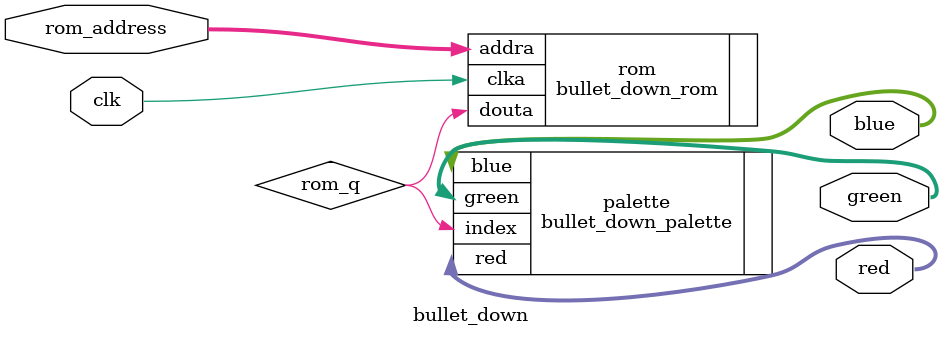
<source format=sv>
module bullet_down (
    input  logic        clk,
    input  logic [5:0]  rom_address,
    output logic [3:0]  red, green, blue
);

    logic [0:0] rom_q;

    bullet_down_rom rom (
        .clka(clk),
        .addra(rom_address),
        .douta(rom_q)
    );

    bullet_down_palette palette (
        .index(rom_q),
        .red(red),
        .green(green),
        .blue(blue)
    );

endmodule

</source>
